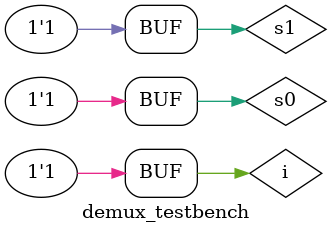
<source format=v>
module demux(o1,o2,o3,o4,i,s0,s1);
input i;
input s1,s0;
output o1,o2,o3,o4;
reg o1,o2,o3,o4;
always@(i or s0 or s1)
begin
case({s1,s0})
	2'b00:begin o1=i; o2=1'bz; o3=1'bz; o4=1'bz; end
	2'b01:begin o1=1'bz; o2=i; o3=1'bz; o4=1'bz; end
	2'b10:begin o1=1'bz; o2=1'bz; o3=i; o4=1'bz; end
	2'b11:begin o1=1'bz; o2=1'bz; o3=1'bz; o4=i; end
	default:$display("Invalid");
	endcase
end
endmodule

module demux_testbench;
 reg i,s0,s1;
wire o1,o2,o3,o4;
parameter stimDelay = 10;
demux DUT(o1,o2,o3,o4,i,s0,s1);
initial
begin
 #(stimDelay) i = 0;s1=0;s0=0;
 #(stimDelay) i = 0;s1=0;s0=1;
 #(stimDelay) i = 0;s1=1;s0=0;
 #(stimDelay) i = 0;s1=1;s0=1;
 #(stimDelay) i = 1;s1=0;s0=0;
 #(stimDelay) i = 1;s1=0;s0=1;
 #(stimDelay) i = 1;s1=1;s0=0;
 #(stimDelay) i = 1;s1=1;s0=1;
#100; //Let simulation finish
end
endmodule

</source>
